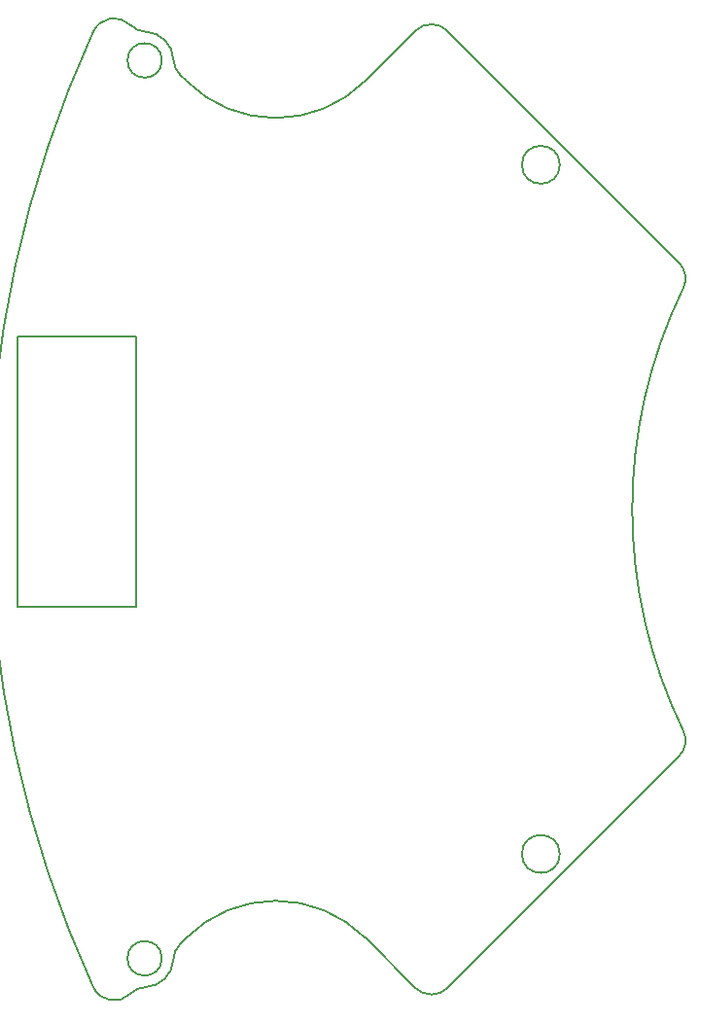
<source format=gbr>
%TF.GenerationSoftware,KiCad,Pcbnew,7.0.9*%
%TF.CreationDate,2024-07-27T15:43:33+09:00*%
%TF.ProjectId,____,fb90fa7f-2e6b-4696-9361-645f70636258,rev?*%
%TF.SameCoordinates,Original*%
%TF.FileFunction,Profile,NP*%
%FSLAX46Y46*%
G04 Gerber Fmt 4.6, Leading zero omitted, Abs format (unit mm)*
G04 Created by KiCad (PCBNEW 7.0.9) date 2024-07-27 15:43:33*
%MOMM*%
%LPD*%
G01*
G04 APERTURE LIST*
%TA.AperFunction,Profile*%
%ADD10C,0.200000*%
%TD*%
G04 APERTURE END LIST*
D10*
X122198204Y-115588948D02*
G75*
G03*
X106641855Y-115588948I-7778174J-7778172D01*
G01*
X149894601Y-59054364D02*
G75*
G03*
X149894604Y-97534583I39570429J-19240106D01*
G01*
X98526236Y-119889281D02*
G75*
G03*
X101759185Y-120471617I1818764J831881D01*
G01*
X98526195Y-36699648D02*
G75*
G03*
X98526195Y-119889300I90938827J-41594826D01*
G01*
X129385596Y-119947912D02*
X149510162Y-99823347D01*
X103099701Y-119881312D02*
G75*
G03*
X105498010Y-117483048I-99701J2498012D01*
G01*
X149510142Y-99823327D02*
G75*
G03*
X149894604Y-97534583I-1414242J1414227D01*
G01*
X101765272Y-36123377D02*
G75*
G03*
X103099703Y-36707591I1414228J1414177D01*
G01*
X106641856Y-40999999D02*
G75*
G03*
X122198203Y-40999999I7778174J7778171D01*
G01*
X106641855Y-41000000D02*
X106082206Y-40440352D01*
X101765252Y-36123397D02*
X101759185Y-36117331D01*
X104500000Y-39205604D02*
G75*
G03*
X104500000Y-39205604I-1500000J0D01*
G01*
X106082206Y-116148596D02*
X106641855Y-115588948D01*
X91959162Y-63248841D02*
X102277283Y-63248841D01*
X102277283Y-86748841D02*
X91959162Y-86748841D01*
X91959162Y-86748841D02*
X91959162Y-63248841D01*
X126557170Y-119947911D02*
G75*
G03*
X129385595Y-119947911I1414213J1414210D01*
G01*
X101759185Y-120471617D02*
X101765252Y-120465551D01*
X105498007Y-39105900D02*
G75*
G03*
X103099703Y-36707593I-2498007J-99700D01*
G01*
X104500000Y-117383344D02*
G75*
G03*
X104500000Y-117383344I-1500000J0D01*
G01*
X122198204Y-115588948D02*
X126557169Y-119947912D01*
X139153501Y-48294474D02*
G75*
G03*
X139153501Y-48294474I-1650000J0D01*
G01*
X149510162Y-56765601D02*
X129385596Y-36641036D01*
X126557169Y-36641036D02*
X122198204Y-41000000D01*
X139153501Y-108294474D02*
G75*
G03*
X139153501Y-108294474I-1650000J0D01*
G01*
X102277283Y-63248841D02*
X102277283Y-86748841D01*
X129385596Y-36641036D02*
G75*
G03*
X126557169Y-36641036I-1414213J-1414211D01*
G01*
X103099703Y-119881344D02*
G75*
G03*
X101765252Y-120465551I79797J-1998456D01*
G01*
X101759227Y-36117289D02*
G75*
G03*
X98526195Y-36699648I-1414227J-1414211D01*
G01*
X106082206Y-116148596D02*
G75*
G03*
X105498012Y-117483048I1414194J-1414204D01*
G01*
X149894580Y-59054353D02*
G75*
G03*
X149510161Y-56765602I-1798680J874553D01*
G01*
X105497980Y-39105901D02*
G75*
G03*
X106082206Y-40440352I1998420J79801D01*
G01*
M02*

</source>
